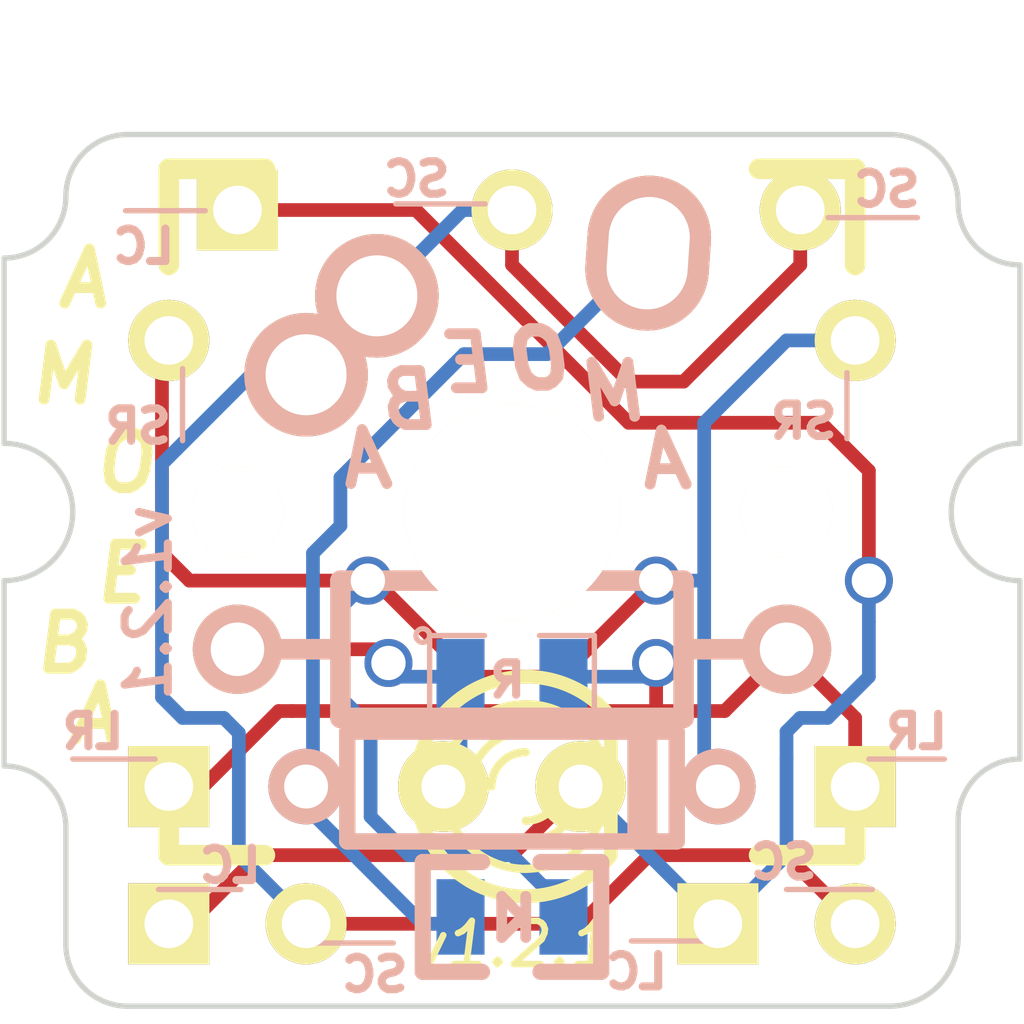
<source format=kicad_pcb>
(kicad_pcb (version 3) (host pcbnew "(2013-may-18)-stable")

  (general
    (links 18)
    (no_connects 1)
    (area 237.449999 96.366 260.300001 120.218201)
    (thickness 1.6)
    (drawings 68)
    (tracks 103)
    (zones 0)
    (modules 17)
    (nets 7)
  )

  (page A3)
  (layers
    (15 F.Cu signal)
    (0 B.Cu signal)
    (16 B.Adhes user hide)
    (17 F.Adhes user hide)
    (18 B.Paste user hide)
    (19 F.Paste user hide)
    (20 B.SilkS user)
    (21 F.SilkS user hide)
    (22 B.Mask user hide)
    (23 F.Mask user hide)
    (24 Dwgs.User user hide)
    (25 Cmts.User user hide)
    (26 Eco1.User user hide)
    (27 Eco2.User user hide)
    (28 Edge.Cuts user)
  )

  (setup
    (last_trace_width 0.254)
    (trace_clearance 0.254)
    (zone_clearance 0.508)
    (zone_45_only no)
    (trace_min 0.1524)
    (segment_width 0.1)
    (edge_width 0.1)
    (via_size 0.889)
    (via_drill 0.635)
    (via_min_size 0.889)
    (via_min_drill 0.508)
    (uvia_size 0.508)
    (uvia_drill 0.127)
    (uvias_allowed no)
    (uvia_min_size 0.508)
    (uvia_min_drill 0.127)
    (pcb_text_width 0.3)
    (pcb_text_size 1.5 1.5)
    (mod_edge_width 0.15)
    (mod_text_size 1 1)
    (mod_text_width 0.15)
    (pad_size 2.286 2.867377)
    (pad_drill 1.4986)
    (pad_to_mask_clearance 0)
    (aux_axis_origin 0 0)
    (visible_elements FFFFB23F)
    (pcbplotparams
      (layerselection 284196865)
      (usegerberextensions true)
      (excludeedgelayer true)
      (linewidth 0.150000)
      (plotframeref false)
      (viasonmask false)
      (mode 1)
      (useauxorigin false)
      (hpglpennumber 1)
      (hpglpenspeed 20)
      (hpglpendiameter 15)
      (hpglpenoverlay 2)
      (psnegative false)
      (psa4output false)
      (plotreference true)
      (plotvalue true)
      (plotothertext true)
      (plotinvisibletext false)
      (padsonsilk false)
      (subtractmaskfromsilk false)
      (outputformat 1)
      (mirror false)
      (drillshape 0)
      (scaleselection 1)
      (outputdirectory gerber/))
  )

  (net 0 "")
  (net 1 /key/LC0)
  (net 2 /key/LR0)
  (net 3 /key/SC0)
  (net 4 /key/SR0)
  (net 5 /key/led/N-LR0)
  (net 6 /key/switch/N-SD0)

  (net_class Default "This is the default net class."
    (clearance 0.254)
    (trace_width 0.254)
    (via_dia 0.889)
    (via_drill 0.635)
    (uvia_dia 0.508)
    (uvia_drill 0.127)
    (add_net "")
    (add_net /key/LC0)
    (add_net /key/LR0)
    (add_net /key/SC0)
    (add_net /key/SR0)
    (add_net /key/led/N-LR0)
    (add_net /key/switch/N-SD0)
  )

  (module RESISTOR (layer B.Cu) (tedit 55F5990F) (tstamp 55D92594)
    (at 248.92 113.03)
    (path /55D92FDB/55DBAE59/55DBAECC)
    (fp_text reference R0 (at 0 0) (layer B.SilkS) hide
      (effects (font (size 1.27 1.016) (thickness 0.2032)) (justify mirror))
    )
    (fp_text value RESISTOR (at 0.0127 0.5207) (layer B.SilkS) hide
      (effects (font (size 0.8 0.8) (thickness 0.2)) (justify mirror))
    )
    (fp_line (start -3.175 1.27) (end 3.175 1.27) (layer Dwgs.User) (width 0.381))
    (fp_line (start 3.175 1.27) (end 3.175 -1.27) (layer Dwgs.User) (width 0.381))
    (fp_line (start 3.175 -1.27) (end -3.175 -1.27) (layer Dwgs.User) (width 0.381))
    (fp_line (start -3.175 -1.27) (end -3.175 1.27) (layer Dwgs.User) (width 0.381))
    (fp_line (start 0 0) (end 0 0) (layer Dwgs.User) (width 0.0254))
    (fp_line (start -3.175 1.27) (end 3.175 1.27) (layer Cmts.User) (width 0.381))
    (fp_line (start 3.175 1.27) (end 3.175 -1.27) (layer Cmts.User) (width 0.381))
    (fp_line (start 3.175 -1.27) (end -3.175 -1.27) (layer Cmts.User) (width 0.381))
    (fp_line (start -3.175 -1.27) (end -3.175 1.27) (layer Cmts.User) (width 0.381))
    (fp_line (start -3.175 1.27) (end 3.175 1.27) (layer B.SilkS) (width 0.381))
    (fp_line (start 3.175 1.27) (end 3.175 -1.27) (layer B.SilkS) (width 0.381))
    (fp_line (start 3.175 -1.27) (end -3.175 -1.27) (layer B.SilkS) (width 0.381))
    (fp_line (start -3.175 -1.27) (end -3.175 1.27) (layer B.SilkS) (width 0.381))
    (fp_line (start 5.08 0) (end 3.175 0) (layer B.SilkS) (width 0.381))
    (fp_line (start -5.08 0) (end -3.175 0) (layer B.SilkS) (width 0.381))
    (pad 1 thru_hole circle (at -5.08 0) (size 1.651 1.651) (drill 0.9906)
      (layers *.Cu *.SilkS *.Mask)
      (net 5 /key/led/N-LR0)
    )
    (pad 2 thru_hole circle (at 5.08 0) (size 1.651 1.651) (drill 0.9906)
      (layers *.Cu *.SilkS *.Mask)
      (net 2 /key/LR0)
    )
  )

  (module Pad (layer F.Cu) (tedit 55D92829) (tstamp 55D92599)
    (at 248.92 104.902)
    (path /55D71CAE)
    (fp_text reference SC0:0 (at 0 -2.032 90) (layer F.SilkS) hide
      (effects (font (size 0.9 0.9) (thickness 0.15)))
    )
    (fp_text value CONN_1 (at 0 -5.207 90) (layer F.SilkS) hide
      (effects (font (size 0.9 0.9) (thickness 0.15)))
    )
    (pad 1 thru_hole circle (at 0 0) (size 1.5 1.5) (drill 0.9)
      (layers *.Cu *.Mask F.SilkS)
      (net 3 /key/SC0)
    )
  )

  (module Pad (layer F.Cu) (tedit 55F81048) (tstamp 55D9259E)
    (at 243.84 104.902)
    (path /55D71CB4)
    (fp_text reference LC0:0 (at 0 -2.032 90) (layer F.SilkS) hide
      (effects (font (size 0.9 0.9) (thickness 0.15)))
    )
    (fp_text value CONN_1 (at 0 -5.207 90) (layer F.SilkS) hide
      (effects (font (size 0.9 0.9) (thickness 0.15)))
    )
    (pad 1 thru_hole rect (at 0 0) (size 1.5 1.5) (drill 0.9)
      (layers *.Cu *.Mask F.SilkS)
      (net 1 /key/LC0)
    )
  )

  (module Pad (layer F.Cu) (tedit 55F81017) (tstamp 55D925A3)
    (at 242.57 115.57)
    (path /55D71CBA)
    (fp_text reference LR0:0 (at 0 -2.032 90) (layer F.SilkS) hide
      (effects (font (size 0.9 0.9) (thickness 0.15)))
    )
    (fp_text value CONN_1 (at 0 -5.207 90) (layer F.SilkS) hide
      (effects (font (size 0.9 0.9) (thickness 0.15)))
    )
    (pad 1 thru_hole rect (at 0 0) (size 1.5 1.5) (drill 0.9)
      (layers *.Cu *.Mask F.SilkS)
      (net 2 /key/LR0)
    )
  )

  (module Pad (layer F.Cu) (tedit 55DFAE19) (tstamp 55D925A8)
    (at 241.935 107.696)
    (path /55D71CC0)
    (fp_text reference SR0:0 (at 0 -2.032 90) (layer F.SilkS) hide
      (effects (font (size 0.9 0.9) (thickness 0.15)))
    )
    (fp_text value CONN_1 (at 0 -5.207 90) (layer F.SilkS) hide
      (effects (font (size 0.9 0.9) (thickness 0.15)))
    )
    (pad 1 thru_hole circle (at 0.635 -0.381) (size 1.5 1.5) (drill 0.9)
      (layers *.Cu *.Mask F.SilkS)
      (net 4 /key/SR0)
    )
  )

  (module Pad (layer F.Cu) (tedit 55F8100C) (tstamp 55D925AD)
    (at 242.57 118.11)
    (path /55D71CC6)
    (fp_text reference LC0:1 (at 0 -2.032 90) (layer F.SilkS) hide
      (effects (font (size 0.9 0.9) (thickness 0.15)))
    )
    (fp_text value CONN_1 (at 0 -5.207 90) (layer F.SilkS) hide
      (effects (font (size 0.9 0.9) (thickness 0.15)))
    )
    (pad 1 thru_hole rect (at 0 0) (size 1.5 1.5) (drill 0.9)
      (layers *.Cu *.Mask F.SilkS)
      (net 1 /key/LC0)
    )
  )

  (module Pad (layer F.Cu) (tedit 55D92909) (tstamp 55D925B2)
    (at 254.254 104.902)
    (path /55F593C9)
    (fp_text reference SC0:1 (at 0 -2.032 90) (layer F.SilkS) hide
      (effects (font (size 0.9 0.9) (thickness 0.15)))
    )
    (fp_text value CONN_1 (at 0 -5.207 90) (layer F.SilkS) hide
      (effects (font (size 0.9 0.9) (thickness 0.15)))
    )
    (pad 1 thru_hole circle (at 0 0) (size 1.5 1.5) (drill 0.9)
      (layers *.Cu *.Mask F.SilkS)
      (net 3 /key/SC0)
    )
  )

  (module Pad (layer F.Cu) (tedit 55DFAE07) (tstamp 55D925B7)
    (at 255.905 107.696)
    (path /55D8D15B)
    (fp_text reference SR0:1 (at 0 -2.032 90) (layer F.SilkS) hide
      (effects (font (size 0.9 0.9) (thickness 0.15)))
    )
    (fp_text value CONN_1 (at 0 -5.207 90) (layer F.SilkS) hide
      (effects (font (size 0.9 0.9) (thickness 0.15)))
    )
    (pad 1 thru_hole circle (at -0.635 -0.381) (size 1.5 1.5) (drill 0.9)
      (layers *.Cu *.Mask F.SilkS)
      (net 4 /key/SR0)
    )
  )

  (module Pad (layer F.Cu) (tedit 55F80FED) (tstamp 55D925BC)
    (at 255.27 115.57)
    (path /55D8D161)
    (fp_text reference LR0:1 (at 0 -2.032 90) (layer F.SilkS) hide
      (effects (font (size 0.9 0.9) (thickness 0.15)))
    )
    (fp_text value CONN_1 (at 0 -5.207 90) (layer F.SilkS) hide
      (effects (font (size 0.9 0.9) (thickness 0.15)))
    )
    (pad 1 thru_hole rect (at 0 0) (size 1.5 1.5) (drill 0.9)
      (layers *.Cu *.Mask F.SilkS)
      (net 2 /key/LR0)
    )
  )

  (module D3 (layer B.Cu) (tedit 55F81247) (tstamp 55D925EF)
    (at 248.92 115.57)
    (descr "Diode 3 pas")
    (tags "DIODE DEV")
    (path /55D92FDB/55DBAE5B/55DBAE93)
    (fp_text reference D0 (at 0 0) (layer B.SilkS) hide
      (effects (font (size 1.016 1.016) (thickness 0.2032)) (justify mirror))
    )
    (fp_text value DIODE (at 0 0) (layer B.SilkS) hide
      (effects (font (size 1.016 1.016) (thickness 0.2032)) (justify mirror))
    )
    (fp_line (start 3.81 0) (end 3.048 0) (layer B.SilkS) (width 0.3048))
    (fp_line (start 3.048 0) (end 3.048 1.016) (layer B.SilkS) (width 0.3048))
    (fp_line (start 3.048 1.016) (end -3.048 1.016) (layer B.SilkS) (width 0.3048))
    (fp_line (start -3.048 1.016) (end -3.048 0) (layer B.SilkS) (width 0.3048))
    (fp_line (start -3.048 0) (end -3.81 0) (layer B.SilkS) (width 0.3048))
    (fp_line (start -3.048 0) (end -3.048 -1.016) (layer B.SilkS) (width 0.3048))
    (fp_line (start -3.048 -1.016) (end 3.048 -1.016) (layer B.SilkS) (width 0.3048))
    (fp_line (start 3.048 -1.016) (end 3.048 0) (layer B.SilkS) (width 0.3048))
    (fp_line (start 2.54 1.016) (end 2.54 -1.016) (layer B.SilkS) (width 0.3048))
    (fp_line (start 2.286 -1.016) (end 2.286 1.016) (layer B.SilkS) (width 0.3048))
    (pad 2 thru_hole circle (at 3.81 0) (size 1.397 1.397) (drill 0.8128)
      (layers *.Cu *.Mask B.SilkS)
      (net 4 /key/SR0)
    )
    (pad 1 thru_hole circle (at -3.81 0) (size 1.397 1.397) (drill 0.8128)
      (layers *.Cu *.Mask B.SilkS)
      (net 6 /key/switch/N-SD0)
    )
    (model discret/diode.wrl
      (at (xyz 0 0 0))
      (scale (xyz 0.3 0.3 0.3))
      (rotate (xyz 0 0 0))
    )
  )

  (module Pad (layer F.Cu) (tedit 55D928EE) (tstamp 55D927CD)
    (at 245.11 118.11)
    (path /55D71CCC)
    (fp_text reference SC0:2 (at 0 -2.032 90) (layer F.SilkS) hide
      (effects (font (size 0.9 0.9) (thickness 0.15)))
    )
    (fp_text value CONN_1 (at 0 -5.207 90) (layer F.SilkS) hide
      (effects (font (size 0.9 0.9) (thickness 0.15)))
    )
    (pad 1 thru_hole circle (at 0 0) (size 1.5 1.5) (drill 0.9)
      (layers *.Cu *.Mask F.SilkS)
      (net 3 /key/SC0)
    )
  )

  (module Pad (layer F.Cu) (tedit 55F80FFD) (tstamp 55D927D2)
    (at 252.73 118.11)
    (path /55D928BE)
    (fp_text reference LC0:2 (at 0 -2.032 90) (layer F.SilkS) hide
      (effects (font (size 0.9 0.9) (thickness 0.15)))
    )
    (fp_text value CONN_1 (at 0 -5.207 90) (layer F.SilkS) hide
      (effects (font (size 0.9 0.9) (thickness 0.15)))
    )
    (pad 1 thru_hole rect (at 0 0) (size 1.5 1.5) (drill 0.9)
      (layers *.Cu *.Mask F.SilkS)
      (net 1 /key/LC0)
    )
  )

  (module SM0805D (layer B.Cu) (tedit 55DA9EBA) (tstamp 55DC0E12)
    (at 248.92 117.983)
    (path /55D92FDB/55DBAE5B/55DBAE85)
    (attr smd)
    (fp_text reference D1 (at 0.508 -1.905) (layer B.SilkS) hide
      (effects (font (size 0.935 0.935) (thickness 0.1588)) (justify mirror))
    )
    (fp_text value DIODE (at -0.5715 1.4605) (layer B.SilkS) hide
      (effects (font (size 0.635 0.635) (thickness 0.127)) (justify mirror))
    )
    (fp_line (start 0.527 1.016) (end 1.651 1.016) (layer B.SilkS) (width 0.3))
    (fp_line (start 1.651 1.016) (end 1.651 -1.016) (layer B.SilkS) (width 0.3))
    (fp_line (start 1.651 -1.016) (end 0.527 -1.016) (layer B.SilkS) (width 0.3))
    (fp_line (start -0.554 1.016) (end -1.651 1.016) (layer B.SilkS) (width 0.3))
    (fp_line (start -1.651 1.016) (end -1.651 -1.016) (layer B.SilkS) (width 0.3))
    (fp_line (start -1.651 -1.016) (end -0.554 -1.016) (layer B.SilkS) (width 0.3))
    (fp_line (start 0.254 0.381) (end 0.254 -0.381) (layer B.SilkS) (width 0.2))
    (fp_line (start -0.1905 0.381) (end -0.1905 -0.381) (layer B.SilkS) (width 0.2))
    (fp_line (start -0.1905 -0.381) (end 0.1905 0) (layer B.SilkS) (width 0.2))
    (fp_line (start 0.1905 0) (end -0.1905 0.381) (layer B.SilkS) (width 0.2))
    (pad 1 smd rect (at -0.9525 0) (size 0.889 1.397)
      (layers B.Cu B.Paste B.Mask)
      (net 6 /key/switch/N-SD0)
    )
    (pad 2 smd rect (at 0.9525 0) (size 0.889 1.397)
      (layers B.Cu B.Paste B.Mask)
      (net 4 /key/SR0)
    )
    (model smd/chip_cms.wrl
      (at (xyz 0 0 0))
      (scale (xyz 0.1 0.1 0.1))
      (rotate (xyz 0 0 0))
    )
  )

  (module SM0805 (layer B.Cu) (tedit 55DA9E03) (tstamp 55DC0E1F)
    (at 248.92 113.538)
    (path /55D92FDB/55DBAE59/55DBAEDA)
    (attr smd)
    (fp_text reference R1 (at 0 0.3175) (layer B.SilkS) hide
      (effects (font (size 0.50038 0.50038) (thickness 0.10922)) (justify mirror))
    )
    (fp_text value RESISTOR (at 0 -0.381) (layer B.SilkS) hide
      (effects (font (size 0.50038 0.50038) (thickness 0.10922)) (justify mirror))
    )
    (fp_circle (center -1.651 -0.762) (end -1.651 -0.635) (layer B.SilkS) (width 0.09906))
    (fp_line (start -0.508 -0.762) (end -1.524 -0.762) (layer B.SilkS) (width 0.09906))
    (fp_line (start -1.524 -0.762) (end -1.524 0.762) (layer B.SilkS) (width 0.09906))
    (fp_line (start -1.524 0.762) (end -0.508 0.762) (layer B.SilkS) (width 0.09906))
    (fp_line (start 0.508 0.762) (end 1.524 0.762) (layer B.SilkS) (width 0.09906))
    (fp_line (start 1.524 0.762) (end 1.524 -0.762) (layer B.SilkS) (width 0.09906))
    (fp_line (start 1.524 -0.762) (end 0.508 -0.762) (layer B.SilkS) (width 0.09906))
    (pad 1 smd rect (at -0.9525 0) (size 0.889 1.397)
      (layers B.Cu B.Paste B.Mask)
      (net 5 /key/led/N-LR0)
    )
    (pad 2 smd rect (at 0.9525 0) (size 0.889 1.397)
      (layers B.Cu B.Paste B.Mask)
      (net 2 /key/LR0)
    )
    (model smd/chip_cms.wrl
      (at (xyz 0 0 0))
      (scale (xyz 0.1 0.1 0.1))
      (rotate (xyz 0 0 0))
    )
  )

  (module LED-3MM (layer F.Cu) (tedit 55DBB31C) (tstamp 55DBB30E)
    (at 248.92 115.57)
    (descr "LED 3mm - Lead pitch 100mil (2,54mm)")
    (tags "LED led 3mm 3MM 100mil 2,54mm")
    (path /55D92FDB/55DBAE59/55DBAEC6)
    (fp_text reference LED0 (at 1.778 -2.794) (layer F.SilkS) hide
      (effects (font (size 0.762 0.762) (thickness 0.0889)))
    )
    (fp_text value LED (at 0 2.54) (layer F.SilkS) hide
      (effects (font (size 0.762 0.762) (thickness 0.0889)))
    )
    (fp_line (start 1.8288 1.27) (end 1.8288 -1.27) (layer F.SilkS) (width 0.254))
    (fp_arc (start 0.254 0) (end -1.27 0) (angle 39.8) (layer F.SilkS) (width 0.1524))
    (fp_arc (start 0.254 0) (end -0.88392 1.01092) (angle 41.6) (layer F.SilkS) (width 0.1524))
    (fp_arc (start 0.254 0) (end 1.4097 -0.9906) (angle 40.6) (layer F.SilkS) (width 0.1524))
    (fp_arc (start 0.254 0) (end 1.778 0) (angle 39.8) (layer F.SilkS) (width 0.1524))
    (fp_arc (start 0.254 0) (end 0.254 -1.524) (angle 54.4) (layer F.SilkS) (width 0.1524))
    (fp_arc (start 0.254 0) (end -0.9652 -0.9144) (angle 53.1) (layer F.SilkS) (width 0.1524))
    (fp_arc (start 0.254 0) (end 1.45542 0.93472) (angle 52.1) (layer F.SilkS) (width 0.1524))
    (fp_arc (start 0.254 0) (end 0.254 1.524) (angle 52.1) (layer F.SilkS) (width 0.1524))
    (fp_arc (start 0.254 0) (end -0.381 0) (angle 90) (layer F.SilkS) (width 0.1524))
    (fp_arc (start 0.254 0) (end -0.762 0) (angle 90) (layer F.SilkS) (width 0.1524))
    (fp_arc (start 0.254 0) (end 0.889 0) (angle 90) (layer F.SilkS) (width 0.1524))
    (fp_arc (start 0.254 0) (end 1.27 0) (angle 90) (layer F.SilkS) (width 0.1524))
    (fp_arc (start 0.254 0) (end 0.254 -2.032) (angle 50.1) (layer F.SilkS) (width 0.254))
    (fp_arc (start 0.254 0) (end -1.5367 -0.95504) (angle 61.9) (layer F.SilkS) (width 0.254))
    (fp_arc (start 0.254 0) (end 1.8034 1.31064) (angle 49.7) (layer F.SilkS) (width 0.254))
    (fp_arc (start 0.254 0) (end 0.254 2.032) (angle 60.2) (layer F.SilkS) (width 0.254))
    (fp_arc (start 0.254 0) (end -1.778 0) (angle 28.3) (layer F.SilkS) (width 0.254))
    (fp_arc (start 0.254 0) (end -1.47574 1.06426) (angle 31.6) (layer F.SilkS) (width 0.254))
    (pad 1 thru_hole circle (at -1.27 0) (size 1.6764 1.6764) (drill 0.8128)
      (layers *.Cu *.Mask F.SilkS)
      (net 5 /key/led/N-LR0)
    )
    (pad 2 thru_hole circle (at 1.27 0) (size 1.6764 1.6764) (drill 0.8128)
      (layers *.Cu *.Mask F.SilkS)
      (net 1 /key/LC0)
    )
    (model discret/leds/led3_vertical_verde.wrl
      (at (xyz 0 0 0))
      (scale (xyz 1 1 1))
      (rotate (xyz 0 0 0))
    )
  )

  (module ALPS_CHERRY_PCB_100H (layer F.Cu) (tedit 55F8430B) (tstamp 55D9260D)
    (at 248.92 110.49)
    (path /55D92FDB/55DBAE5B/55DBAE7F)
    (fp_text reference S0 (at 0 3.175) (layer F.SilkS) hide
      (effects (font (size 1.27 1.524) (thickness 0.2032)))
    )
    (fp_text value MX1A (at 0 5.08) (layer F.SilkS) hide
      (effects (font (size 1.27 1.524) (thickness 0.2032)))
    )
    (fp_text user 1.00u (at -5.715 8.255) (layer Dwgs.User) hide
      (effects (font (size 1.524 1.524) (thickness 0.3048)))
    )
    (fp_line (start -6.35 -6.35) (end 6.35 -6.35) (layer Cmts.User) (width 0.1524))
    (fp_line (start 6.35 -6.35) (end 6.35 6.35) (layer Cmts.User) (width 0.1524))
    (fp_line (start 6.35 6.35) (end -6.35 6.35) (layer Cmts.User) (width 0.1524))
    (fp_line (start -6.35 6.35) (end -6.35 -6.35) (layer Cmts.User) (width 0.1524))
    (fp_line (start -9.398 -9.398) (end 9.398 -9.398) (layer Dwgs.User) (width 0.1524))
    (fp_line (start 9.398 -9.398) (end 9.398 9.398) (layer Dwgs.User) (width 0.1524))
    (fp_line (start 9.398 9.398) (end -9.398 9.398) (layer Dwgs.User) (width 0.1524))
    (fp_line (start -9.398 9.398) (end -9.398 -9.398) (layer Dwgs.User) (width 0.1524))
    (fp_line (start -6.35 -6.35) (end -4.572 -6.35) (layer F.SilkS) (width 0.381))
    (fp_line (start 4.572 -6.35) (end 6.35 -6.35) (layer F.SilkS) (width 0.381))
    (fp_line (start 6.35 -6.35) (end 6.35 -4.572) (layer F.SilkS) (width 0.381))
    (fp_line (start 6.35 4.572) (end 6.35 6.35) (layer F.SilkS) (width 0.381))
    (fp_line (start 6.35 6.35) (end 4.572 6.35) (layer F.SilkS) (width 0.381))
    (fp_line (start -4.572 6.35) (end -6.35 6.35) (layer F.SilkS) (width 0.381))
    (fp_line (start -6.35 6.35) (end -6.35 4.572) (layer F.SilkS) (width 0.381))
    (fp_line (start -6.35 -4.572) (end -6.35 -6.35) (layer F.SilkS) (width 0.381))
    (fp_line (start -6.985 -6.985) (end 6.985 -6.985) (layer Eco2.User) (width 0.1524))
    (fp_line (start 6.985 -6.985) (end 6.985 6.985) (layer Eco2.User) (width 0.1524))
    (fp_line (start 6.985 6.985) (end -6.985 6.985) (layer Eco2.User) (width 0.1524))
    (fp_line (start -6.985 6.985) (end -6.985 -6.985) (layer Eco2.User) (width 0.1524))
    (pad 1 thru_hole oval (at 2.52 -4.79 356.05481) (size 2.286 2.867377) (drill oval 1.4986 2.079977)
      (layers *.Cu *.SilkS *.Mask)
      (net 6 /key/switch/N-SD0)
    )
    (pad 2 thru_hole circle (at -2.5 -4) (size 2.286 2.286) (drill 1.4986)
      (layers *.Cu *.SilkS *.Mask)
      (net 3 /key/SC0)
    )
    (pad 2 thru_hole circle (at -3.81 -2.54) (size 2.286 2.286) (drill 1.4986)
      (layers *.Cu *.SilkS *.Mask)
      (net 3 /key/SC0)
    )
    (pad "" np_thru_hole circle (at 0 0) (size 3.9878 3.9878) (drill 3.9878)
      (layers *.Cu *.Mask F.SilkS)
    )
    (pad "" np_thru_hole circle (at -5.08 0) (size 1.7018 1.7018) (drill 1.7018)
      (layers *.Cu *.Mask F.SilkS)
    )
    (pad "" np_thru_hole circle (at 5.08 0) (size 1.7018 1.7018) (drill 1.7018)
      (layers *.Cu *.Mask F.SilkS)
    )
  )

  (module Pad (layer F.Cu) (tedit 55F5920C) (tstamp 55F591F1)
    (at 255.27 118.11)
    (path /55D928B8)
    (fp_text reference SC0:3 (at 0 -2.032 90) (layer F.SilkS) hide
      (effects (font (size 0.9 0.9) (thickness 0.15)))
    )
    (fp_text value CONN_1 (at 0 -5.207 90) (layer F.SilkS) hide
      (effects (font (size 0.9 0.9) (thickness 0.15)))
    )
    (pad 1 thru_hole circle (at 0 0) (size 1.5 1.5) (drill 0.9)
      (layers *.Cu *.Mask F.SilkS)
      (net 3 /key/SC0)
    )
  )

  (gr_text SC (at 256.54 104.521) (layer B.SilkS) (tstamp 55F59B00)
    (effects (font (size 0.6 0.6) (thickness 0.15)) (justify left mirror))
  )
  (gr_line (start 256.42189 105.04297) (end 254.77089 105.04297) (angle 90) (layer B.SilkS) (width 0.1) (tstamp 55F59AFF))
  (gr_line (start 240.792 115.062) (end 242.316 115.062) (angle 90) (layer B.SilkS) (width 0.1))
  (gr_text R (at 249.2375 113.6015) (layer B.SilkS) (tstamp 55F5994A)
    (effects (font (size 0.6 0.6) (thickness 0.15)) (justify left mirror))
  )
  (gr_line (start 251.42 105.99) (end 251.46 105.41) (angle 90) (layer Edge.Cuts) (width 1.4986))
  (gr_line (start 242.824 109.1692) (end 242.824 107.8357) (angle 90) (layer B.SilkS) (width 0.1))
  (gr_line (start 241.7699 104.9147) (end 243.2431 104.9147) (angle 90) (layer B.SilkS) (width 0.1))
  (gr_line (start 255.1176 109.1311) (end 255.1176 107.9119) (angle 90) (layer B.SilkS) (width 0.1))
  (gr_line (start 239.522 111.76) (end 239.522 115.189) (angle 90) (layer Edge.Cuts) (width 0.1))
  (gr_line (start 239.522 105.791) (end 239.522 109.22) (angle 90) (layer Edge.Cuts) (width 0.1))
  (gr_arc (start 239.522 110.49) (end 240.792 110.49) (angle 90) (layer Edge.Cuts) (width 0.1))
  (gr_arc (start 239.522 110.49) (end 239.522 109.22) (angle 90) (layer Edge.Cuts) (width 0.1))
  (gr_line (start 258.318 115.062) (end 258.318 111.76) (angle 90) (layer Edge.Cuts) (width 0.1))
  (gr_line (start 258.318 109.22) (end 258.318 105.918) (angle 90) (layer Edge.Cuts) (width 0.1))
  (gr_arc (start 258.318 110.49) (end 258.318 111.76) (angle 90) (layer Edge.Cuts) (width 0.1))
  (gr_arc (start 258.318 110.49) (end 257.048 110.49) (angle 90) (layer Edge.Cuts) (width 0.1))
  (gr_line (start 256.25 108.5) (end 260.25 108.5) (angle 90) (layer Cmts.User) (width 0.1) (tstamp 55DFACFC))
  (gr_line (start 260.25 108.5) (end 260.25 112.5) (angle 90) (layer Cmts.User) (width 0.1) (tstamp 55DFACFB))
  (gr_line (start 260.25 112.5) (end 256.25 112.5) (angle 90) (layer Cmts.User) (width 0.1) (tstamp 55DFACFA))
  (gr_line (start 256.25 112.5) (end 256.25 108.5) (angle 90) (layer Cmts.User) (width 0.1) (tstamp 55DFACF9))
  (gr_circle (center 258.25 110.5) (end 259.5 110.5) (layer Cmts.User) (width 0.1) (tstamp 55DFACF8))
  (gr_circle (center 239.5 110.5) (end 240.75 110.5) (layer Cmts.User) (width 0.1))
  (gr_line (start 237.5 112.5) (end 237.5 108.5) (angle 90) (layer Cmts.User) (width 0.1))
  (gr_line (start 241.5 112.5) (end 237.5 112.5) (angle 90) (layer Cmts.User) (width 0.1))
  (gr_line (start 241.5 108.5) (end 241.5 112.5) (angle 90) (layer Cmts.User) (width 0.1))
  (gr_line (start 237.5 108.5) (end 241.5 108.5) (angle 90) (layer Cmts.User) (width 0.1))
  (gr_line (start 256.921 115.062) (end 255.524 115.062) (angle 90) (layer B.SilkS) (width 0.1))
  (gr_line (start 246.7229 118.4656) (end 245.2624 118.4656) (angle 90) (layer B.SilkS) (width 0.1))
  (gr_line (start 251.1298 118.4275) (end 252.4633 118.4275) (angle 90) (layer B.SilkS) (width 0.1))
  (gr_line (start 241.808 103.505) (end 255.905 103.505) (angle 90) (layer Edge.Cuts) (width 0.1))
  (gr_arc (start 239.522 104.648) (end 240.665 104.648) (angle 90) (layer Edge.Cuts) (width 0.1))
  (gr_arc (start 241.808 104.648) (end 240.665 104.648) (angle 90) (layer Edge.Cuts) (width 0.1))
  (gr_line (start 241.808 119.634) (end 255.905 119.634) (angle 90) (layer Edge.Cuts) (width 0.1))
  (gr_arc (start 239.522 116.332) (end 239.522 115.189) (angle 90) (layer Edge.Cuts) (width 0.1))
  (gr_line (start 240.665 116.332) (end 240.665 118.491) (angle 90) (layer Edge.Cuts) (width 0.1))
  (gr_text O (at 249.47118 107.6706) (layer B.SilkS) (tstamp 55D65C7B)
    (effects (font (size 1 1) (thickness 0.25) italic) (justify mirror))
  )
  (gr_text M (at 250.8504 108.2675) (layer B.SilkS) (tstamp 55D65C7A)
    (effects (font (size 1 1) (thickness 0.2) italic) (justify mirror))
  )
  (gr_text A (at 246.2657 109.5121) (layer B.SilkS) (tstamp 55D65C79)
    (effects (font (size 1 1) (thickness 0.2) italic) (justify mirror))
  )
  (gr_text A (at 251.8029 109.52226) (layer B.SilkS) (tstamp 55D65C78)
    (effects (font (size 1 1) (thickness 0.2) italic) (justify mirror))
  )
  (gr_text E (at 248.1453 107.73918) (layer B.SilkS) (tstamp 55D65C6A)
    (effects (font (size 1 1) (thickness 0.2) italic) (justify mirror))
  )
  (gr_text B (at 247.0658 108.4199) (layer B.SilkS)
    (effects (font (size 1 1) (thickness 0.2) italic) (justify mirror))
  )
  (gr_text v1.2.1 (at 242.189 112.141 90) (layer B.SilkS)
    (effects (font (size 0.8 0.8) (thickness 0.15) italic) (justify mirror))
  )
  (gr_text v1.2.1 (at 248.92 118.491) (layer F.SilkS)
    (effects (font (size 0.8 0.8) (thickness 0.12) italic))
  )
  (gr_text B (at 240.6142 112.9284) (layer F.SilkS) (tstamp 55D54F2D)
    (effects (font (size 1 1) (thickness 0.2) italic))
  )
  (gr_text O (at 241.7572 109.5883) (layer F.SilkS) (tstamp 55D54F22)
    (effects (font (size 1 1) (thickness 0.2) italic))
  )
  (gr_text A (at 241.1857 114.2365) (layer F.SilkS) (tstamp 55D54F21)
    (effects (font (size 1 1) (thickness 0.2) italic))
  )
  (gr_text E (at 241.681 111.633) (layer F.SilkS) (tstamp 55D54F1A)
    (effects (font (size 1 1) (thickness 0.2) italic))
  )
  (gr_text M (at 240.6015 107.95) (layer F.SilkS) (tstamp 55D54F12)
    (effects (font (size 1 1) (thickness 0.2) italic))
  )
  (gr_text A (at 240.9825 106.172) (layer F.SilkS)
    (effects (font (size 1 1) (thickness 0.2) italic))
  )
  (gr_line (start 248.42089 104.78897) (end 246.76989 104.78897) (angle 90) (layer B.SilkS) (width 0.1))
  (gr_line (start 255.5875 117.475) (end 254 117.475) (angle 90) (layer B.SilkS) (width 0.1))
  (gr_line (start 242.3795 117.475) (end 243.9035 117.475) (angle 90) (layer B.SilkS) (width 0.1))
  (gr_text SR (at 242.6843 108.9025) (layer B.SilkS) (tstamp 55D5404B)
    (effects (font (size 0.6 0.6) (thickness 0.15)) (justify left mirror))
  )
  (gr_text SC (at 247.8405 104.3305) (layer B.SilkS) (tstamp 55D54042)
    (effects (font (size 0.6 0.6) (thickness 0.15)) (justify left mirror))
  )
  (gr_text SC (at 254.635 116.967) (layer B.SilkS) (tstamp 55D5403C)
    (effects (font (size 0.6 0.6) (thickness 0.15)) (justify left mirror))
  )
  (gr_text LC (at 251.8664 118.999) (layer B.SilkS) (tstamp 55D54036)
    (effects (font (size 0.6 0.6) (thickness 0.15)) (justify left mirror))
  )
  (gr_text LC (at 244.348 117.0305) (layer B.SilkS) (tstamp 55D5402F)
    (effects (font (size 0.6 0.6) (thickness 0.15)) (justify left mirror))
  )
  (gr_text LR (at 257.048 114.554) (layer B.SilkS) (tstamp 55D54025)
    (effects (font (size 0.6 0.6) (thickness 0.15)) (justify left mirror))
  )
  (gr_text SR (at 255.0033 108.8136) (layer B.SilkS) (tstamp 55D53FE0)
    (effects (font (size 0.6 0.6) (thickness 0.15)) (justify left mirror))
  )
  (gr_text SC (at 247.0658 119.0498) (layer B.SilkS) (tstamp 55D53FDA)
    (effects (font (size 0.6 0.6) (thickness 0.15)) (justify left mirror))
  )
  (gr_text LC (at 242.7478 105.5751) (layer B.SilkS) (tstamp 55D53FD4)
    (effects (font (size 0.6 0.6) (thickness 0.15)) (justify left mirror))
  )
  (gr_text LR (at 241.808 114.554) (layer B.SilkS)
    (effects (font (size 0.6 0.6) (thickness 0.15)) (justify left mirror))
  )
  (gr_arc (start 258.318 104.775) (end 257.175 104.775) (angle -90) (layer Edge.Cuts) (width 0.1) (tstamp 55D3F70A))
  (gr_arc (start 255.905 104.775) (end 257.175 104.775) (angle -90) (layer Edge.Cuts) (width 0.1) (tstamp 55D3F709))
  (gr_arc (start 255.905 118.364) (end 257.175 118.364) (angle 90) (layer Edge.Cuts) (width 0.1) (tstamp 55D3F5B8))
  (gr_arc (start 258.318 116.205) (end 257.175 116.205) (angle 90) (layer Edge.Cuts) (width 0.1) (tstamp 55D3F5B7))
  (gr_line (start 257.175 118.364) (end 257.175 116.205) (angle 90) (layer Edge.Cuts) (width 0.1) (tstamp 55D3F5B6))
  (gr_arc (start 241.808 118.491) (end 240.665 118.491) (angle -90) (layer Edge.Cuts) (width 0.1) (tstamp 55D3F505))

  (segment (start 254 115.062) (end 254 114.554) (width 0.254) (layer B.Cu) (net 1))
  (via (at 255.524 111.76) (size 0.889) (layers F.Cu B.Cu) (net 1))
  (segment (start 255.524 111.76) (end 255.524 112.522) (width 0.254) (layer B.Cu) (net 1) (tstamp 55DFD473))
  (segment (start 254 115.062) (end 254 116.84) (width 0.254) (layer B.Cu) (net 1) (tstamp 55DFD481))
  (segment (start 252.73 118.11) (end 254 116.84) (width 0.254) (layer B.Cu) (net 1) (tstamp 55DFD483))
  (segment (start 248.285 106.045) (end 251.079 108.839) (width 0.254) (layer F.Cu) (net 1))
  (segment (start 251.079 108.839) (end 251.841 108.839) (width 0.254) (layer F.Cu) (net 1) (tstamp 55F59268))
  (segment (start 254.635 108.839) (end 251.841 108.839) (width 0.254) (layer F.Cu) (net 1))
  (segment (start 247.142 104.902) (end 243.84 104.902) (width 0.254) (layer F.Cu) (net 1))
  (segment (start 255.524 109.728) (end 255.524 111.76) (width 0.254) (layer F.Cu) (net 1) (tstamp 55DFD470))
  (segment (start 254.635 108.839) (end 255.524 109.728) (width 0.254) (layer F.Cu) (net 1) (tstamp 55DFD46C))
  (segment (start 247.142 104.902) (end 248.285 106.045) (width 0.254) (layer F.Cu) (net 1) (tstamp 55DFD458))
  (segment (start 255.524 113.538) (end 255.524 112.522) (width 0.254) (layer B.Cu) (net 1) (tstamp 55DFD600))
  (segment (start 254.762 114.3) (end 255.524 113.538) (width 0.254) (layer B.Cu) (net 1) (tstamp 55F81079))
  (segment (start 254.254 114.3) (end 254.762 114.3) (width 0.254) (layer B.Cu) (net 1) (tstamp 55F81077))
  (segment (start 254 114.554) (end 254.254 114.3) (width 0.254) (layer B.Cu) (net 1) (tstamp 55F81072))
  (segment (start 250.19 115.57) (end 252.73 118.11) (width 0.254) (layer B.Cu) (net 1))
  (segment (start 242.57 118.11) (end 242.951 118.11) (width 0.254) (layer F.Cu) (net 1))
  (segment (start 248.92 116.84) (end 250.19 115.57) (width 0.254) (layer F.Cu) (net 1) (tstamp 55DFD0C0))
  (segment (start 244.221 116.84) (end 248.92 116.84) (width 0.254) (layer F.Cu) (net 1) (tstamp 55DFD0BA))
  (segment (start 242.951 118.11) (end 244.221 116.84) (width 0.254) (layer F.Cu) (net 1) (tstamp 55DFD0B8))
  (segment (start 249.8725 113.538) (end 251.333 113.538) (width 0.254) (layer B.Cu) (net 2))
  (via (at 251.587 113.284) (size 0.889) (layers F.Cu B.Cu) (net 2))
  (segment (start 251.587 113.284) (end 251.587 114.173) (width 0.254) (layer F.Cu) (net 2))
  (segment (start 251.333 113.538) (end 251.587 113.284) (width 0.254) (layer B.Cu) (net 2) (tstamp 55F5B23B))
  (segment (start 255.27 115.57) (end 255.27 114.3) (width 0.254) (layer F.Cu) (net 2))
  (segment (start 255.27 114.3) (end 254 113.03) (width 0.254) (layer F.Cu) (net 2) (tstamp 55F59790))
  (segment (start 242.57 115.57) (end 243.205 115.57) (width 0.254) (layer F.Cu) (net 2))
  (segment (start 243.205 115.57) (end 244.602 114.173) (width 0.254) (layer F.Cu) (net 2) (tstamp 55DFD84A))
  (segment (start 244.602 114.173) (end 244.856 114.173) (width 0.254) (layer F.Cu) (net 2) (tstamp 55DFD84D))
  (segment (start 244.856 114.173) (end 251.587 114.173) (width 0.254) (layer F.Cu) (net 2) (tstamp 55DFD09F))
  (segment (start 251.587 114.173) (end 252.857 114.173) (width 0.254) (layer F.Cu) (net 2) (tstamp 55F5B1FD))
  (segment (start 252.857 114.173) (end 254 113.03) (width 0.254) (layer F.Cu) (net 2) (tstamp 55DFD0A6))
  (segment (start 253.746 113.284) (end 254 113.03) (width 0.254) (layer F.Cu) (net 2) (tstamp 55DFD715))
  (segment (start 243.8654 114.9604) (end 243.8654 114.5794) (width 0.254) (layer B.Cu) (net 3))
  (segment (start 245.11 118.0846) (end 243.8654 116.84) (width 0.254) (layer B.Cu) (net 3) (tstamp 55F5B199))
  (segment (start 243.8654 116.84) (end 243.8654 114.9604) (width 0.254) (layer B.Cu) (net 3) (tstamp 55F5B1BB))
  (segment (start 244.094 107.95) (end 242.443 109.601) (width 0.254) (layer B.Cu) (net 3) (tstamp 55DFD82C))
  (segment (start 242.443 109.601) (end 242.443 109.982) (width 0.254) (layer B.Cu) (net 3) (tstamp 55DFD834))
  (segment (start 242.443 113.538) (end 242.443 109.982) (width 0.254) (layer B.Cu) (net 3) (tstamp 55DFD0DB))
  (segment (start 245.11 107.95) (end 244.094 107.95) (width 0.254) (layer B.Cu) (net 3))
  (segment (start 245.11 118.0846) (end 245.11 118.11) (width 0.254) (layer B.Cu) (net 3))
  (segment (start 242.443 113.919) (end 242.443 113.538) (width 0.254) (layer B.Cu) (net 3) (tstamp 55F81095))
  (segment (start 242.824 114.3) (end 242.443 113.919) (width 0.254) (layer B.Cu) (net 3) (tstamp 55F8108F))
  (segment (start 243.586 114.3) (end 242.824 114.3) (width 0.254) (layer B.Cu) (net 3) (tstamp 55F8108B))
  (segment (start 243.8654 114.5794) (end 243.586 114.3) (width 0.254) (layer B.Cu) (net 3) (tstamp 55F81089))
  (segment (start 255.27 118.11) (end 254 116.84) (width 0.254) (layer F.Cu) (net 3))
  (segment (start 250.19 118.11) (end 245.11 118.11) (width 0.254) (layer F.Cu) (net 3) (tstamp 55F5B0B0))
  (segment (start 251.46 116.84) (end 250.19 118.11) (width 0.254) (layer F.Cu) (net 3) (tstamp 55F5B0A3))
  (segment (start 254 116.84) (end 251.46 116.84) (width 0.254) (layer F.Cu) (net 3) (tstamp 55F5B09F))
  (segment (start 248.92 104.902) (end 248.92 105.918) (width 0.254) (layer F.Cu) (net 3))
  (segment (start 254.254 105.918) (end 254.254 104.902) (width 0.254) (layer F.Cu) (net 3) (tstamp 55F5929F))
  (segment (start 252.095 108.077) (end 254.254 105.918) (width 0.254) (layer F.Cu) (net 3) (tstamp 55F5929B))
  (segment (start 251.079 108.077) (end 252.095 108.077) (width 0.254) (layer F.Cu) (net 3) (tstamp 55F59294))
  (segment (start 248.92 105.918) (end 251.079 108.077) (width 0.254) (layer F.Cu) (net 3) (tstamp 55F59289))
  (segment (start 248.92 104.902) (end 248.008 104.902) (width 0.254) (layer B.Cu) (net 3))
  (segment (start 248.008 104.902) (end 246.42 106.49) (width 0.254) (layer B.Cu) (net 3) (tstamp 55DFD19F))
  (segment (start 244.475 107.95) (end 245.11 107.95) (width 0.254) (layer B.Cu) (net 3) (tstamp 55DFD0E4))
  (segment (start 246.253 111.76) (end 246.38 111.76) (width 0.254) (layer F.Cu) (net 4))
  (segment (start 249.809 113.538) (end 251.587 111.76) (width 0.254) (layer F.Cu) (net 4) (tstamp 55F5B2F4))
  (segment (start 248.158 113.538) (end 249.809 113.538) (width 0.254) (layer F.Cu) (net 4) (tstamp 55F5B2E5))
  (segment (start 246.38 111.76) (end 248.158 113.538) (width 0.254) (layer F.Cu) (net 4) (tstamp 55F5B2E0))
  (segment (start 247.015 116.84) (end 246.3038 116.1288) (width 0.254) (layer B.Cu) (net 4))
  (segment (start 249.8725 117.7925) (end 248.92 116.84) (width 0.254) (layer B.Cu) (net 4) (tstamp 55F5976D))
  (segment (start 248.92 116.84) (end 247.015 116.84) (width 0.254) (layer B.Cu) (net 4) (tstamp 55F5976F))
  (segment (start 242.951 111.76) (end 242.443 111.252) (width 0.254) (layer F.Cu) (net 4) (tstamp 55DFD59A))
  (segment (start 242.443 111.252) (end 242.443 107.442) (width 0.254) (layer F.Cu) (net 4) (tstamp 55DFD59F))
  (segment (start 242.57 107.315) (end 242.443 107.442) (width 0.254) (layer F.Cu) (net 4) (tstamp 55DFD5A5))
  (segment (start 243.078 111.76) (end 242.951 111.76) (width 0.254) (layer F.Cu) (net 4))
  (segment (start 246.253 111.76) (end 243.078 111.76) (width 0.254) (layer F.Cu) (net 4) (tstamp 55F5972E))
  (via (at 246.253 111.76) (size 0.889) (layers F.Cu B.Cu) (net 4))
  (segment (start 245.745 112.268) (end 246.253 111.76) (width 0.254) (layer B.Cu) (net 4) (tstamp 55F5970B))
  (segment (start 245.745 113.919) (end 245.745 112.268) (width 0.254) (layer B.Cu) (net 4) (tstamp 55F59704))
  (segment (start 249.8725 117.7925) (end 249.8725 117.983) (width 0.254) (layer B.Cu) (net 4))
  (segment (start 246.3038 114.4778) (end 245.745 113.919) (width 0.254) (layer B.Cu) (net 4) (tstamp 55F5B172))
  (segment (start 246.3038 116.1288) (end 246.3038 114.4778) (width 0.254) (layer B.Cu) (net 4) (tstamp 55F5B16A))
  (segment (start 251.587 111.76) (end 251.587 112.014) (width 0.254) (layer F.Cu) (net 4))
  (via (at 251.587 111.76) (size 0.889) (layers F.Cu B.Cu) (net 4))
  (segment (start 251.587 111.76) (end 252.476 111.76) (width 0.254) (layer B.Cu) (net 4))
  (segment (start 255.27 107.315) (end 254 107.315) (width 0.254) (layer B.Cu) (net 4))
  (segment (start 252.476 115.316) (end 252.73 115.57) (width 0.254) (layer B.Cu) (net 4) (tstamp 55DFD6CA))
  (segment (start 252.476 108.839) (end 252.476 111.76) (width 0.254) (layer B.Cu) (net 4) (tstamp 55DFD6C2))
  (segment (start 252.476 111.76) (end 252.476 115.316) (width 0.254) (layer B.Cu) (net 4) (tstamp 55DFD6DA))
  (segment (start 254 107.315) (end 252.476 108.839) (width 0.254) (layer B.Cu) (net 4) (tstamp 55DFD6B2))
  (segment (start 243.84 113.03) (end 246.38 113.03) (width 0.254) (layer F.Cu) (net 5))
  (segment (start 246.888 113.538) (end 246.634 113.284) (width 0.254) (layer B.Cu) (net 5) (tstamp 55DFD76B))
  (via (at 246.634 113.284) (size 0.889) (layers F.Cu B.Cu) (net 5))
  (segment (start 246.888 113.538) (end 247.9675 113.538) (width 0.254) (layer B.Cu) (net 5))
  (segment (start 246.38 113.03) (end 246.634 113.284) (width 0.254) (layer F.Cu) (net 5) (tstamp 55DFD778))
  (segment (start 247.9675 113.538) (end 247.9675 115.2525) (width 0.254) (layer B.Cu) (net 5))
  (segment (start 247.9675 115.2525) (end 247.65 115.57) (width 0.254) (layer B.Cu) (net 5) (tstamp 55DFCFD0))
  (segment (start 248.031 107.569) (end 249.571 107.569) (width 0.254) (layer B.Cu) (net 6))
  (segment (start 245.745 110.744) (end 245.236998 111.252002) (width 0.254) (layer B.Cu) (net 6) (tstamp 55F59870))
  (segment (start 245.236998 111.252002) (end 245.236998 115.443002) (width 0.254) (layer B.Cu) (net 6) (tstamp 55F59872))
  (segment (start 245.11 115.57) (end 245.236998 115.443002) (width 0.254) (layer B.Cu) (net 6) (tstamp 55F59875))
  (segment (start 248.031 107.569) (end 245.745 109.855) (width 0.254) (layer B.Cu) (net 6) (tstamp 55DFD7A9))
  (segment (start 245.745 109.855) (end 245.745 110.744) (width 0.254) (layer B.Cu) (net 6))
  (segment (start 249.571 107.569) (end 251.44 105.7) (width 0.254) (layer B.Cu) (net 6) (tstamp 55F5B373))
  (segment (start 245.11 115.57) (end 245.11 115.951) (width 0.254) (layer B.Cu) (net 6))
  (segment (start 247.8405 118.11) (end 247.9675 117.983) (width 0.254) (layer B.Cu) (net 6) (tstamp 55F5B0E1))
  (segment (start 247.269 118.11) (end 247.8405 118.11) (width 0.254) (layer B.Cu) (net 6) (tstamp 55F5B0D8))
  (segment (start 245.11 115.951) (end 247.269 118.11) (width 0.254) (layer B.Cu) (net 6) (tstamp 55F5B0CB))
  (segment (start 245.11 115.57) (end 245.11 115.506498) (width 0.254) (layer B.Cu) (net 6))

  (zone (net 0) (net_name "") (layer F.Cu) (tstamp 55D92CE7) (hatch edge 0.508)
    (connect_pads (clearance 0.508))
    (min_thickness 0.254)
    (fill (arc_segments 16) (thermal_gap 0.508) (thermal_bridge_width 0.508) (smoothing chamfer))
    (polygon
      (pts
        (xy 239.522 101.092) (xy 258.318 101.092) (xy 258.318 119.888) (xy 239.522 119.888)
      )
    )
  )
  (zone (net 0) (net_name "") (layer F.Cu) (tstamp 55D92D47) (hatch full 0.508)
    (connect_pads (clearance 0.508))
    (min_thickness 0.254)
    (keepout (tracks not_allowed) (vias not_allowed) (copperpour not_allowed))
    (fill (arc_segments 16) (thermal_gap 0.508) (thermal_bridge_width 0.508) (smoothing chamfer))
    (polygon
      (pts
        (xy 239.522 119.888) (xy 241.554 119.888) (xy 240.665 118.999) (xy 240.665 116.078) (xy 239.522 115.316)
      )
    )
  )
  (zone (net 0) (net_name "") (layer F.Cu) (tstamp 55D92D74) (hatch full 0.508)
    (connect_pads (clearance 0.508))
    (min_thickness 0.254)
    (keepout (tracks not_allowed) (vias not_allowed) (copperpour not_allowed))
    (fill (arc_segments 16) (thermal_gap 0.508) (thermal_bridge_width 0.508) (smoothing chamfer))
    (polygon
      (pts
        (xy 239.522 109.601) (xy 240.284 109.982) (xy 240.284 110.744) (xy 239.522 111.379)
      )
    )
  )
  (zone (net 0) (net_name "") (layer F.Cu) (tstamp 55D92D8C) (hatch full 0.508)
    (connect_pads (clearance 0.508))
    (min_thickness 0.254)
    (keepout (tracks not_allowed) (vias not_allowed) (copperpour not_allowed))
    (fill (arc_segments 16) (thermal_gap 0.508) (thermal_bridge_width 0.508) (smoothing chamfer))
    (polygon
      (pts
        (xy 239.522 101.092) (xy 239.522 105.664) (xy 240.538 105.029) (xy 240.919 103.632) (xy 241.808 103.251)
        (xy 256.286 103.251) (xy 257.175 103.759) (xy 257.429 104.648) (xy 257.683 105.283) (xy 258.318 105.664)
        (xy 258.318 101.092)
      )
    )
  )
  (zone (net 0) (net_name "") (layer F.Cu) (tstamp 55D92DBE) (hatch full 0.508)
    (connect_pads (clearance 0.508))
    (min_thickness 0.254)
    (keepout (tracks not_allowed) (vias not_allowed) (copperpour not_allowed))
    (fill (arc_segments 16) (thermal_gap 0.508) (thermal_bridge_width 0.508) (smoothing chamfer))
    (polygon
      (pts
        (xy 258.318 109.601) (xy 257.683 109.982) (xy 257.556 110.49) (xy 257.683 110.998) (xy 258.318 111.252)
      )
    )
  )
  (zone (net 0) (net_name "") (layer F.Cu) (tstamp 55D92DCE) (hatch full 0.508)
    (connect_pads (clearance 0.508))
    (min_thickness 0.254)
    (keepout (tracks not_allowed) (vias not_allowed) (copperpour not_allowed))
    (fill (arc_segments 16) (thermal_gap 0.508) (thermal_bridge_width 0.508) (smoothing chamfer))
    (polygon
      (pts
        (xy 258.318 119.888) (xy 256.794 119.888) (xy 257.429 118.491) (xy 257.429 115.951) (xy 257.81 115.443)
        (xy 258.318 115.316)
      )
    )
  )
  (zone (net 0) (net_name "") (layer B.Cu) (tstamp 55D92CE7) (hatch edge 0.508)
    (connect_pads (clearance 0.508))
    (min_thickness 0.254)
    (fill (arc_segments 16) (thermal_gap 0.508) (thermal_bridge_width 0.508) (smoothing chamfer))
    (polygon
      (pts
        (xy 239.522 101.092) (xy 258.318 101.092) (xy 258.318 119.888) (xy 239.522 119.888)
      )
    )
  )
  (zone (net 0) (net_name "") (layer B.Cu) (tstamp 55D92D8C) (hatch full 0.508)
    (connect_pads (clearance 0.508))
    (min_thickness 0.254)
    (keepout (tracks not_allowed) (vias not_allowed) (copperpour not_allowed))
    (fill (arc_segments 16) (thermal_gap 0.508) (thermal_bridge_width 0.508) (smoothing chamfer))
    (polygon
      (pts
        (xy 239.522 101.092) (xy 239.522 105.664) (xy 240.538 105.029) (xy 240.919 103.632) (xy 241.808 103.251)
        (xy 256.286 103.251) (xy 257.175 103.759) (xy 257.429 104.648) (xy 257.683 105.283) (xy 258.318 105.664)
        (xy 258.318 101.092)
      )
    )
  )
  (zone (net 0) (net_name "") (layer B.Cu) (tstamp 55D92D74) (hatch full 0.508)
    (connect_pads (clearance 0.508))
    (min_thickness 0.254)
    (keepout (tracks not_allowed) (vias not_allowed) (copperpour not_allowed))
    (fill (arc_segments 16) (thermal_gap 0.508) (thermal_bridge_width 0.508) (smoothing chamfer))
    (polygon
      (pts
        (xy 239.522 109.601) (xy 240.284 109.982) (xy 240.284 110.744) (xy 239.522 111.379)
      )
    )
  )
  (zone (net 0) (net_name "") (layer B.Cu) (tstamp 55D92D47) (hatch full 0.508)
    (connect_pads (clearance 0.508))
    (min_thickness 0.254)
    (keepout (tracks not_allowed) (vias not_allowed) (copperpour not_allowed))
    (fill (arc_segments 16) (thermal_gap 0.508) (thermal_bridge_width 0.508) (smoothing chamfer))
    (polygon
      (pts
        (xy 239.522 119.888) (xy 241.554 119.888) (xy 240.665 118.999) (xy 240.665 116.078) (xy 239.522 115.316)
      )
    )
  )
  (zone (net 0) (net_name "") (layer B.Cu) (tstamp 55D92DCE) (hatch full 0.508)
    (connect_pads (clearance 0.508))
    (min_thickness 0.254)
    (keepout (tracks not_allowed) (vias not_allowed) (copperpour not_allowed))
    (fill (arc_segments 16) (thermal_gap 0.508) (thermal_bridge_width 0.508) (smoothing chamfer))
    (polygon
      (pts
        (xy 258.318 119.888) (xy 256.794 119.888) (xy 257.429 118.491) (xy 257.429 115.951) (xy 257.81 115.443)
        (xy 258.318 115.316)
      )
    )
  )
  (zone (net 0) (net_name "") (layer B.Cu) (tstamp 55D92DBE) (hatch full 0.508)
    (connect_pads (clearance 0.508))
    (min_thickness 0.254)
    (keepout (tracks not_allowed) (vias not_allowed) (copperpour not_allowed))
    (fill (arc_segments 16) (thermal_gap 0.508) (thermal_bridge_width 0.508) (smoothing chamfer))
    (polygon
      (pts
        (xy 258.318 109.601) (xy 257.683 109.982) (xy 257.556 110.49) (xy 257.683 110.998) (xy 258.318 111.252)
      )
    )
  )
)

</source>
